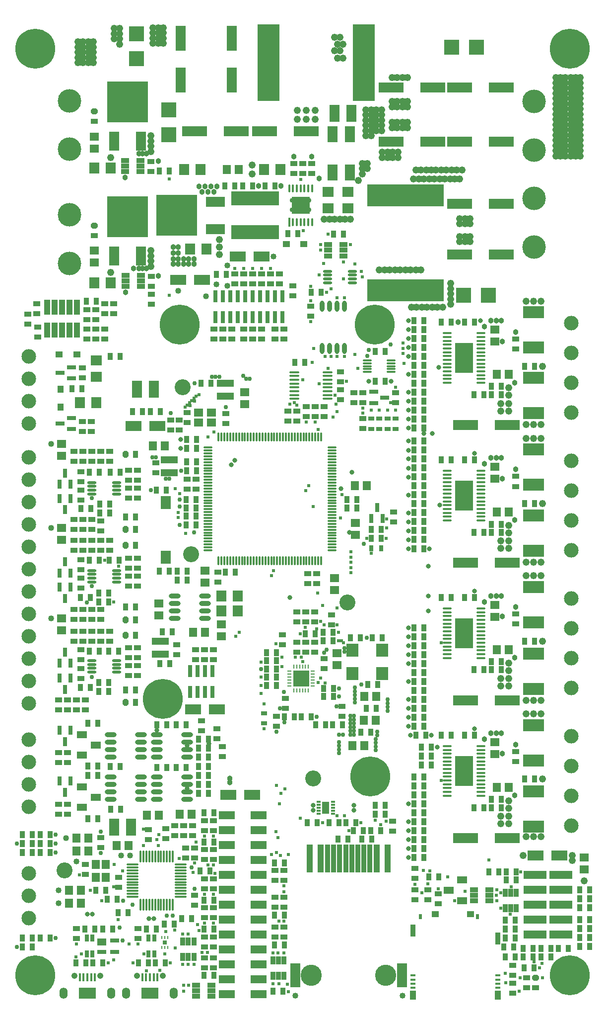
<source format=gts>
%FSLAX25Y25*%
%MOIN*%
G70*
G01*
G75*
G04 Layer_Color=8388736*
%ADD10O,0.06102X0.01378*%
%ADD11R,0.12205X0.20079*%
%ADD12R,0.13583X0.07087*%
%ADD13R,0.02953X0.03740*%
%ADD14R,0.05500X0.05000*%
%ADD15R,0.05000X0.05500*%
%ADD16R,0.01575X0.05315*%
%ADD17R,0.11417X0.07480*%
G04:AMPARAMS|DCode=18|XSize=37.4mil|YSize=29.53mil|CornerRadius=0mil|HoleSize=0mil|Usage=FLASHONLY|Rotation=180.000|XOffset=0mil|YOffset=0mil|HoleType=Round|Shape=Octagon|*
%AMOCTAGOND18*
4,1,8,-0.01870,0.00738,-0.01870,-0.00738,-0.01132,-0.01476,0.01132,-0.01476,0.01870,-0.00738,0.01870,0.00738,0.01132,0.01476,-0.01132,0.01476,-0.01870,0.00738,0.0*
%
%ADD18OCTAGOND18*%

%ADD19R,0.03740X0.02953*%
G04:AMPARAMS|DCode=20|XSize=37.4mil|YSize=29.53mil|CornerRadius=0mil|HoleSize=0mil|Usage=FLASHONLY|Rotation=270.000|XOffset=0mil|YOffset=0mil|HoleType=Round|Shape=Octagon|*
%AMOCTAGOND20*
4,1,8,-0.00738,-0.01870,0.00738,-0.01870,0.01476,-0.01132,0.01476,0.01132,0.00738,0.01870,-0.00738,0.01870,-0.01476,0.01132,-0.01476,-0.01132,-0.00738,-0.01870,0.0*
%
%ADD20OCTAGOND20*%

%ADD21R,0.02362X0.05512*%
%ADD22O,0.06693X0.01378*%
%ADD23R,0.06299X0.03937*%
%ADD24R,0.06299X0.11811*%
%ADD25R,0.26378X0.26378*%
%ADD26R,0.11811X0.06299*%
%ADD27R,0.26378X0.26378*%
%ADD28R,0.04961X0.08071*%
%ADD29R,0.02559X0.01181*%
%ADD30R,0.02756X0.00984*%
%ADD31R,0.00984X0.02756*%
%ADD32R,0.09843X0.09843*%
%ADD33R,0.07100X0.07900*%
%ADD34O,0.08268X0.01181*%
%ADD35O,0.01181X0.08268*%
%ADD36O,0.07087X0.02362*%
%ADD37O,0.02362X0.06693*%
%ADD38O,0.06496X0.01299*%
%ADD39R,0.06299X0.15354*%
%ADD40R,0.03189X0.18110*%
%ADD41R,0.02402X0.18110*%
%ADD42R,0.16000X0.06000*%
%ADD43R,0.50394X0.13780*%
%ADD44R,0.13780X0.50394*%
%ADD45R,0.06000X0.16000*%
%ADD46O,0.06496X0.01181*%
%ADD47O,0.01181X0.06496*%
%ADD48O,0.06299X0.01772*%
%ADD49R,0.31496X0.08661*%
%ADD50R,0.06299X0.08307*%
%ADD51R,0.03150X0.02362*%
%ADD52R,0.05512X0.02362*%
%ADD53R,0.10000X0.05000*%
%ADD54R,0.01378X0.05906*%
%ADD55O,0.01378X0.05906*%
%ADD56R,0.12205X0.11811*%
%ADD57R,0.02441X0.04803*%
%ADD58R,0.10039X0.06102*%
%ADD59R,0.04803X0.02441*%
%ADD60R,0.05906X0.09843*%
%ADD61R,0.03150X0.02756*%
%ADD62O,0.00984X0.02165*%
%ADD63R,0.02362X0.04331*%
%ADD64R,0.02362X0.03150*%
%ADD65R,0.02992X0.08071*%
%ADD66R,0.07000X0.06000*%
%ADD67R,0.06300X0.10600*%
%ADD68R,0.05512X0.04724*%
%ADD69R,0.10630X0.03937*%
%ADD70R,0.03189X0.09646*%
%ADD71R,0.04331X0.03150*%
%ADD72R,0.09055X0.09252*%
%ADD73R,0.09252X0.09055*%
%ADD74R,0.03150X0.04331*%
%ADD75R,0.06000X0.07000*%
%ADD76R,0.04724X0.05512*%
%ADD77R,0.14488X0.05000*%
%ADD78R,0.05315X0.02362*%
%ADD79R,0.05315X0.04134*%
%ADD80C,0.06000*%
%ADD81R,0.04724X0.04331*%
%ADD82R,0.01969X0.03543*%
%ADD83R,0.03543X0.07874*%
%ADD84R,0.04331X0.05906*%
%ADD85R,0.03543X0.01772*%
%ADD86C,0.00700*%
%ADD87C,0.01200*%
%ADD88C,0.01000*%
%ADD89C,0.02000*%
%ADD90C,0.01500*%
%ADD91C,0.03000*%
%ADD92C,0.04160*%
%ADD93O,0.05413X0.07480*%
%ADD94C,0.09000*%
%ADD95C,0.26000*%
%ADD96C,0.12992*%
%ADD97C,0.15000*%
%ADD98C,0.04000*%
%ADD99C,0.03000*%
%ADD100C,0.02400*%
%ADD101C,0.00984*%
%ADD102C,0.02362*%
%ADD103C,0.00787*%
%ADD104C,0.00800*%
%ADD105C,0.00394*%
%ADD106C,0.00600*%
%ADD107R,0.05000X0.02791*%
%ADD108R,0.04800X0.02283*%
%ADD109R,0.04000X0.02902*%
%ADD110R,0.02630X0.03000*%
%ADD111R,0.02300X0.01306*%
%ADD112R,0.02050X0.01602*%
%ADD113R,0.07000X1.25000*%
%ADD114R,0.02039X0.03000*%
%ADD115R,0.03565X0.01969*%
%ADD116R,0.03300X0.01280*%
%ADD117R,0.01969X0.03565*%
%ADD118R,0.48000X0.04000*%
%ADD119R,0.08100X0.01800*%
%ADD120R,0.02000X0.06100*%
%ADD121R,0.02378X0.01575*%
%ADD122R,0.02056X0.04138*%
%ADD123R,0.02056X0.04138*%
%ADD124R,0.04138X0.02056*%
%ADD125R,0.01575X0.02378*%
%ADD126R,0.01575X0.02378*%
%ADD127R,0.06100X0.02000*%
%ADD128R,0.01800X0.08100*%
%ADD129R,0.18000X0.04000*%
%ADD130R,0.14383X0.07887*%
%ADD131R,0.03753X0.04540*%
%ADD132R,0.06300X0.05800*%
%ADD133R,0.05800X0.06300*%
G04:AMPARAMS|DCode=134|XSize=45.4mil|YSize=37.53mil|CornerRadius=0mil|HoleSize=0mil|Usage=FLASHONLY|Rotation=180.000|XOffset=0mil|YOffset=0mil|HoleType=Round|Shape=Octagon|*
%AMOCTAGOND134*
4,1,8,-0.02270,0.00938,-0.02270,-0.00938,-0.01332,-0.01876,0.01332,-0.01876,0.02270,-0.00938,0.02270,0.00938,0.01332,0.01876,-0.01332,0.01876,-0.02270,0.00938,0.0*
%
%ADD134OCTAGOND134*%

%ADD135R,0.04540X0.03753*%
G04:AMPARAMS|DCode=136|XSize=45.4mil|YSize=37.53mil|CornerRadius=0mil|HoleSize=0mil|Usage=FLASHONLY|Rotation=270.000|XOffset=0mil|YOffset=0mil|HoleType=Round|Shape=Octagon|*
%AMOCTAGOND136*
4,1,8,-0.00938,-0.02270,0.00938,-0.02270,0.01876,-0.01332,0.01876,0.01332,0.00938,0.02270,-0.00938,0.02270,-0.01876,0.01332,-0.01876,-0.01332,-0.00938,-0.02270,0.0*
%
%ADD136OCTAGOND136*%

%ADD137R,0.03162X0.06312*%
%ADD138R,0.07099X0.04737*%
%ADD139R,0.07099X0.12611*%
%ADD140R,0.27178X0.27178*%
%ADD141R,0.12611X0.07099*%
%ADD142R,0.27178X0.27178*%
%ADD143R,0.10642X0.10642*%
%ADD144R,0.07900X0.08700*%
%ADD145O,0.07887X0.03162*%
%ADD146O,0.03162X0.07493*%
%ADD147R,0.07099X0.16154*%
%ADD148R,0.03989X0.18910*%
%ADD149R,0.03202X0.18910*%
%ADD150R,0.16800X0.06800*%
%ADD151R,0.51194X0.14579*%
%ADD152R,0.14579X0.51194*%
%ADD153R,0.06800X0.16800*%
%ADD154R,0.32296X0.09461*%
%ADD155R,0.07099X0.09107*%
%ADD156R,0.03950X0.03162*%
%ADD157R,0.06312X0.03162*%
%ADD158R,0.10800X0.05800*%
%ADD159R,0.03241X0.05603*%
%ADD160R,0.10839X0.06902*%
%ADD161R,0.05603X0.03241*%
%ADD162R,0.06706X0.10642*%
%ADD163R,0.03162X0.05131*%
%ADD164R,0.03162X0.03950*%
%ADD165R,0.07800X0.06800*%
%ADD166R,0.07100X0.11400*%
%ADD167R,0.06312X0.05524*%
%ADD168R,0.11430X0.04737*%
%ADD169R,0.03989X0.10446*%
%ADD170R,0.05131X0.03950*%
%ADD171R,0.09855X0.10052*%
%ADD172R,0.10052X0.09855*%
%ADD173R,0.03950X0.05131*%
%ADD174R,0.06800X0.07800*%
%ADD175R,0.05524X0.06312*%
%ADD176R,0.15288X0.05800*%
%ADD177R,0.06115X0.03162*%
%ADD178R,0.06115X0.04934*%
%ADD179C,0.10724*%
%ADD180C,0.09800*%
%ADD181C,0.26800*%
%ADD182C,0.14192*%
%ADD183C,0.15800*%
%ADD184C,0.04800*%
%ADD185C,0.03200*%
%ADD186C,0.03800*%
D10*
X317319Y138545D02*
D03*
Y141104D02*
D03*
Y143663D02*
D03*
Y146222D02*
D03*
Y148781D02*
D03*
Y151340D02*
D03*
Y153899D02*
D03*
Y156458D02*
D03*
Y159017D02*
D03*
Y161576D02*
D03*
Y164135D02*
D03*
Y166694D02*
D03*
Y169254D02*
D03*
Y171813D02*
D03*
X294681Y138545D02*
D03*
Y141104D02*
D03*
Y143663D02*
D03*
Y146222D02*
D03*
Y148781D02*
D03*
Y151340D02*
D03*
Y153899D02*
D03*
Y156458D02*
D03*
Y159017D02*
D03*
Y161576D02*
D03*
Y164135D02*
D03*
Y166694D02*
D03*
Y169254D02*
D03*
Y171813D02*
D03*
X317319Y230845D02*
D03*
Y233404D02*
D03*
Y235963D02*
D03*
Y238522D02*
D03*
Y241081D02*
D03*
Y243640D02*
D03*
Y246199D02*
D03*
Y248758D02*
D03*
Y251317D02*
D03*
Y253876D02*
D03*
Y256435D02*
D03*
Y258995D02*
D03*
Y261554D02*
D03*
Y264113D02*
D03*
X294681Y230845D02*
D03*
Y233404D02*
D03*
Y235963D02*
D03*
Y238522D02*
D03*
Y241081D02*
D03*
Y243640D02*
D03*
Y246199D02*
D03*
Y248758D02*
D03*
Y251317D02*
D03*
Y253876D02*
D03*
Y256435D02*
D03*
Y258995D02*
D03*
Y261554D02*
D03*
Y264113D02*
D03*
X317319Y323145D02*
D03*
Y325704D02*
D03*
Y328263D02*
D03*
Y330822D02*
D03*
Y333381D02*
D03*
Y335940D02*
D03*
Y338499D02*
D03*
Y341058D02*
D03*
Y343617D02*
D03*
Y346176D02*
D03*
Y348735D02*
D03*
Y351294D02*
D03*
Y353854D02*
D03*
Y356413D02*
D03*
X294681Y323145D02*
D03*
Y325704D02*
D03*
Y328263D02*
D03*
Y330822D02*
D03*
Y333381D02*
D03*
Y335940D02*
D03*
Y338499D02*
D03*
Y341058D02*
D03*
Y343617D02*
D03*
Y346176D02*
D03*
Y348735D02*
D03*
Y351294D02*
D03*
Y353854D02*
D03*
Y356413D02*
D03*
X317319Y415445D02*
D03*
Y418004D02*
D03*
Y420563D02*
D03*
Y423122D02*
D03*
Y425681D02*
D03*
Y428240D02*
D03*
Y430799D02*
D03*
Y433358D02*
D03*
Y435917D02*
D03*
Y438476D02*
D03*
Y441035D02*
D03*
Y443595D02*
D03*
Y446153D02*
D03*
Y448713D02*
D03*
X294681Y415445D02*
D03*
Y418004D02*
D03*
Y420563D02*
D03*
Y423122D02*
D03*
Y425681D02*
D03*
Y428240D02*
D03*
Y430799D02*
D03*
Y433358D02*
D03*
Y435917D02*
D03*
Y438476D02*
D03*
Y441035D02*
D03*
Y443595D02*
D03*
Y446153D02*
D03*
Y448713D02*
D03*
D11*
X306000Y155179D02*
D03*
Y247479D02*
D03*
Y339779D02*
D03*
Y432079D02*
D03*
D16*
X47882Y16610D02*
D03*
X50441D02*
D03*
X53000D02*
D03*
X55559D02*
D03*
X58118D02*
D03*
X89882D02*
D03*
X92441D02*
D03*
X95000D02*
D03*
X97559D02*
D03*
X100118D02*
D03*
D17*
X53000Y6079D02*
D03*
X95000D02*
D03*
D22*
X214441Y404665D02*
D03*
Y407224D02*
D03*
Y409784D02*
D03*
Y412343D02*
D03*
Y414902D02*
D03*
Y417461D02*
D03*
Y420020D02*
D03*
Y422579D02*
D03*
X192000Y404665D02*
D03*
Y407224D02*
D03*
Y409784D02*
D03*
Y412343D02*
D03*
Y414902D02*
D03*
Y417461D02*
D03*
Y420020D02*
D03*
Y422579D02*
D03*
D28*
X213079Y130516D02*
D03*
D29*
X218000Y126579D02*
D03*
Y128547D02*
D03*
Y130516D02*
D03*
Y132484D02*
D03*
Y134453D02*
D03*
X208157Y126579D02*
D03*
Y128547D02*
D03*
Y130516D02*
D03*
Y132484D02*
D03*
Y134453D02*
D03*
D30*
X204374Y212158D02*
D03*
Y214126D02*
D03*
Y216094D02*
D03*
Y218063D02*
D03*
Y220031D02*
D03*
Y222000D02*
D03*
X188626D02*
D03*
Y220031D02*
D03*
Y218063D02*
D03*
Y216094D02*
D03*
Y214126D02*
D03*
Y212158D02*
D03*
D31*
X201421Y224953D02*
D03*
X199453D02*
D03*
X197484D02*
D03*
X195516D02*
D03*
X193547D02*
D03*
X191579D02*
D03*
Y209205D02*
D03*
X193547D02*
D03*
X195516D02*
D03*
X197484D02*
D03*
X199453D02*
D03*
X201421D02*
D03*
D34*
X83358Y92405D02*
D03*
Y90437D02*
D03*
Y88468D02*
D03*
Y86500D02*
D03*
Y84531D02*
D03*
Y82563D02*
D03*
Y80594D02*
D03*
Y78626D02*
D03*
Y76657D02*
D03*
Y74689D02*
D03*
Y72720D02*
D03*
Y70752D02*
D03*
X115642D02*
D03*
Y72720D02*
D03*
Y74689D02*
D03*
Y76657D02*
D03*
Y78626D02*
D03*
Y80594D02*
D03*
Y82563D02*
D03*
Y84531D02*
D03*
Y86500D02*
D03*
Y88468D02*
D03*
Y90437D02*
D03*
Y92405D02*
D03*
D35*
X88673Y65437D02*
D03*
X90642D02*
D03*
X92610D02*
D03*
X94579D02*
D03*
X96547D02*
D03*
X98516D02*
D03*
X100484D02*
D03*
X102453D02*
D03*
X104421D02*
D03*
X106390D02*
D03*
X108358D02*
D03*
X110327D02*
D03*
Y97720D02*
D03*
X108358D02*
D03*
X106390D02*
D03*
X104421D02*
D03*
X102453D02*
D03*
X100484D02*
D03*
X98516D02*
D03*
X96547D02*
D03*
X94579D02*
D03*
X92610D02*
D03*
X90642D02*
D03*
X88673D02*
D03*
D38*
X256972Y422642D02*
D03*
Y424610D02*
D03*
Y426579D02*
D03*
Y428547D02*
D03*
Y430516D02*
D03*
X241028Y422642D02*
D03*
Y424610D02*
D03*
Y426579D02*
D03*
Y428547D02*
D03*
Y430516D02*
D03*
D46*
X217134Y372028D02*
D03*
Y370059D02*
D03*
Y368091D02*
D03*
Y366122D02*
D03*
Y364154D02*
D03*
Y362185D02*
D03*
Y360216D02*
D03*
Y358248D02*
D03*
Y356279D02*
D03*
Y354311D02*
D03*
Y352343D02*
D03*
Y350374D02*
D03*
Y348406D02*
D03*
Y346437D02*
D03*
Y344468D02*
D03*
Y342500D02*
D03*
Y340531D02*
D03*
Y338563D02*
D03*
Y336595D02*
D03*
Y334626D02*
D03*
Y332658D02*
D03*
Y330689D02*
D03*
Y328720D02*
D03*
Y326752D02*
D03*
Y324783D02*
D03*
Y322815D02*
D03*
Y320847D02*
D03*
Y318878D02*
D03*
Y316910D02*
D03*
Y314941D02*
D03*
Y312972D02*
D03*
Y311004D02*
D03*
Y309035D02*
D03*
Y307067D02*
D03*
Y305098D02*
D03*
Y303130D02*
D03*
X133866D02*
D03*
Y305098D02*
D03*
Y307067D02*
D03*
Y309035D02*
D03*
Y311004D02*
D03*
Y312972D02*
D03*
Y314941D02*
D03*
Y316910D02*
D03*
Y318878D02*
D03*
Y320847D02*
D03*
Y322815D02*
D03*
Y324783D02*
D03*
Y326752D02*
D03*
Y328720D02*
D03*
Y330689D02*
D03*
Y332658D02*
D03*
Y334626D02*
D03*
Y336595D02*
D03*
Y338563D02*
D03*
Y340531D02*
D03*
Y342500D02*
D03*
Y344468D02*
D03*
Y346437D02*
D03*
Y348406D02*
D03*
Y350374D02*
D03*
Y352343D02*
D03*
Y354311D02*
D03*
Y356279D02*
D03*
Y358248D02*
D03*
Y360216D02*
D03*
Y362185D02*
D03*
Y364154D02*
D03*
Y366122D02*
D03*
Y368091D02*
D03*
Y370059D02*
D03*
Y372028D02*
D03*
D47*
X209949Y295945D02*
D03*
X207980D02*
D03*
X206012D02*
D03*
X204043D02*
D03*
X202075D02*
D03*
X200106D02*
D03*
X198138D02*
D03*
X196169D02*
D03*
X194201D02*
D03*
X192232D02*
D03*
X190264D02*
D03*
X188295D02*
D03*
X186327D02*
D03*
X184358D02*
D03*
X182390D02*
D03*
X180421D02*
D03*
X178453D02*
D03*
X176484D02*
D03*
X174516D02*
D03*
X172547D02*
D03*
X170579D02*
D03*
X168610D02*
D03*
X166642D02*
D03*
X164673D02*
D03*
X162705D02*
D03*
X160736D02*
D03*
X158768D02*
D03*
X156799D02*
D03*
X154831D02*
D03*
X152862D02*
D03*
X150894D02*
D03*
X148925D02*
D03*
X146957D02*
D03*
X144988D02*
D03*
X143020D02*
D03*
X141051D02*
D03*
Y379213D02*
D03*
X143020D02*
D03*
X144988D02*
D03*
X146957D02*
D03*
X148925D02*
D03*
X150894D02*
D03*
X152862D02*
D03*
X154831D02*
D03*
X156799D02*
D03*
X158768D02*
D03*
X160736D02*
D03*
X162705D02*
D03*
X164673D02*
D03*
X166642D02*
D03*
X168610D02*
D03*
X170579D02*
D03*
X172547D02*
D03*
X174516D02*
D03*
X176484D02*
D03*
X178453D02*
D03*
X180421D02*
D03*
X182390D02*
D03*
X184358D02*
D03*
X186327D02*
D03*
X188295D02*
D03*
X190264D02*
D03*
X192232D02*
D03*
X194201D02*
D03*
X196169D02*
D03*
X198138D02*
D03*
X200106D02*
D03*
X202075D02*
D03*
X204043D02*
D03*
X206012D02*
D03*
X207980D02*
D03*
X209949D02*
D03*
D48*
X72732Y281902D02*
D03*
Y284461D02*
D03*
Y287020D02*
D03*
Y289579D02*
D03*
X56000Y281902D02*
D03*
Y284461D02*
D03*
Y287020D02*
D03*
Y289579D02*
D03*
X72732Y340902D02*
D03*
Y343461D02*
D03*
Y346020D02*
D03*
Y348579D02*
D03*
X56000Y340902D02*
D03*
Y343461D02*
D03*
Y346020D02*
D03*
Y348579D02*
D03*
Y229079D02*
D03*
Y226520D02*
D03*
Y223961D02*
D03*
Y221402D02*
D03*
X72732Y229079D02*
D03*
Y226520D02*
D03*
Y223961D02*
D03*
Y221402D02*
D03*
X214268Y490256D02*
D03*
Y487697D02*
D03*
Y485138D02*
D03*
Y482579D02*
D03*
X231000Y490256D02*
D03*
Y487697D02*
D03*
Y485138D02*
D03*
Y482579D02*
D03*
D54*
X188500Y523079D02*
D03*
D55*
X191059D02*
D03*
X193618D02*
D03*
X196177D02*
D03*
X198736D02*
D03*
X201295D02*
D03*
X203854D02*
D03*
X188500Y545913D02*
D03*
X191059D02*
D03*
X193618D02*
D03*
X196177D02*
D03*
X198736D02*
D03*
X201295D02*
D03*
X203854D02*
D03*
D56*
X196177Y534496D02*
D03*
D61*
X105000Y40079D02*
D03*
D62*
X103032Y43524D02*
D03*
X105000D02*
D03*
X106968D02*
D03*
Y36634D02*
D03*
X105000D02*
D03*
X103032D02*
D03*
D65*
X184000Y459579D02*
D03*
Y473555D02*
D03*
X179000Y459579D02*
D03*
X174000D02*
D03*
X169000D02*
D03*
X164000D02*
D03*
X159000D02*
D03*
X154000D02*
D03*
X149000D02*
D03*
X144000D02*
D03*
X139000D02*
D03*
X179000Y473555D02*
D03*
X174000D02*
D03*
X169000D02*
D03*
X164000D02*
D03*
X159000D02*
D03*
X154000D02*
D03*
X149000D02*
D03*
X144000D02*
D03*
X139000D02*
D03*
X122000Y222055D02*
D03*
X127000D02*
D03*
X132000D02*
D03*
X122000Y208079D02*
D03*
X127000D02*
D03*
X132000D02*
D03*
X137000Y222055D02*
D03*
Y208079D02*
D03*
D81*
X310181Y58945D02*
D03*
X286559D02*
D03*
D82*
X276520Y57370D02*
D03*
X314906D02*
D03*
D83*
X328587Y42941D02*
D03*
X271500Y48059D02*
D03*
D84*
X328587Y4752D02*
D03*
X271500D02*
D03*
D85*
X328587Y9732D02*
D03*
Y12488D02*
D03*
Y15244D02*
D03*
Y18000D02*
D03*
X271500Y9732D02*
D03*
Y12488D02*
D03*
Y15244D02*
D03*
Y18000D02*
D03*
D92*
X61760Y17890D02*
D03*
X44240D02*
D03*
X103760D02*
D03*
X86240D02*
D03*
D93*
X36957Y6079D02*
D03*
X69043D02*
D03*
X78957D02*
D03*
X111043D02*
D03*
D98*
X192500Y4579D02*
D03*
X264500D02*
D03*
X75500Y98579D02*
D03*
X81500D02*
D03*
X45500Y94579D02*
D03*
X38500Y110079D02*
D03*
X33500Y75079D02*
D03*
Y66579D02*
D03*
X114028Y477079D02*
D03*
X178000Y500079D02*
D03*
X147000Y494079D02*
D03*
X139500Y481579D02*
D03*
X147000Y480579D02*
D03*
X132500Y473579D02*
D03*
X28500Y374579D02*
D03*
Y257579D02*
D03*
Y318079D02*
D03*
D99*
X31500Y43079D02*
D03*
Y100579D02*
D03*
Y112579D02*
D03*
X5500Y37079D02*
D03*
X31500Y106579D02*
D03*
X5500D02*
D03*
X109000Y395079D02*
D03*
X95500Y343579D02*
D03*
X124500Y315079D02*
D03*
X141500Y419579D02*
D03*
X139000D02*
D03*
X136500D02*
D03*
X125000Y415079D02*
D03*
X159500Y418079D02*
D03*
X157500Y420079D02*
D03*
X162000Y418079D02*
D03*
X146000Y399079D02*
D03*
X105500Y351079D02*
D03*
X96500Y365579D02*
D03*
X99000D02*
D03*
X108000Y351079D02*
D03*
X116000Y356579D02*
D03*
X115000Y320079D02*
D03*
Y332579D02*
D03*
Y337079D02*
D03*
X254500Y195579D02*
D03*
Y198079D02*
D03*
Y200579D02*
D03*
Y203079D02*
D03*
X240500Y244579D02*
D03*
X225500Y235079D02*
D03*
X232500Y201079D02*
D03*
Y203579D02*
D03*
X246500Y176579D02*
D03*
X247500Y179079D02*
D03*
X222000Y179579D02*
D03*
X246500Y169079D02*
D03*
Y171579D02*
D03*
Y174079D02*
D03*
X229500Y192079D02*
D03*
Y189579D02*
D03*
Y187079D02*
D03*
Y184579D02*
D03*
Y182079D02*
D03*
X232000Y179579D02*
D03*
X229500D02*
D03*
X222000Y167079D02*
D03*
Y169579D02*
D03*
Y172079D02*
D03*
Y174579D02*
D03*
X62000Y114579D02*
D03*
Y100079D02*
D03*
X74500Y50079D02*
D03*
X76500Y41358D02*
D03*
X77000Y68079D02*
D03*
X125000Y76079D02*
D03*
X123000Y90500D02*
D03*
X110327Y58079D02*
D03*
X83358Y65579D02*
D03*
X106390Y58079D02*
D03*
X52500Y268079D02*
D03*
X56000Y279079D02*
D03*
X232000Y189579D02*
D03*
X232500Y211079D02*
D03*
Y208579D02*
D03*
Y206079D02*
D03*
X232000Y182079D02*
D03*
Y184579D02*
D03*
Y187079D02*
D03*
Y192079D02*
D03*
X224500Y179579D02*
D03*
X247500Y181579D02*
D03*
X180000D02*
D03*
X237000Y213079D02*
D03*
X225500Y237579D02*
D03*
X213500Y236500D02*
D03*
X212000Y234500D02*
D03*
X222000Y205079D02*
D03*
Y210579D02*
D03*
X185063Y208142D02*
D03*
X185150Y187729D02*
D03*
X207000Y191579D02*
D03*
X56000Y218079D02*
D03*
X196177Y537646D02*
D03*
X190272D02*
D03*
X202083D02*
D03*
Y531347D02*
D03*
X190272D02*
D03*
X196177D02*
D03*
X56000Y338079D02*
D03*
X220350Y198429D02*
D03*
X241028Y433551D02*
D03*
X242000Y437579D02*
D03*
X169650Y223579D02*
D03*
X182150Y197229D02*
D03*
X256500Y441079D02*
D03*
X238500Y307579D02*
D03*
D100*
X218000Y392500D02*
D03*
X220500Y396079D02*
D03*
X138500Y86579D02*
D03*
X256500Y402229D02*
D03*
X128000Y48079D02*
D03*
X185000Y54579D02*
D03*
X188000Y99079D02*
D03*
X358500Y16429D02*
D03*
X101000Y112579D02*
D03*
X70500Y268579D02*
D03*
X64500Y296579D02*
D03*
X125000Y403079D02*
D03*
X123000Y403579D02*
D03*
X124500Y405079D02*
D03*
X126000Y406579D02*
D03*
X128000Y407579D02*
D03*
X121500Y402000D02*
D03*
X120000Y400500D02*
D03*
X122000Y400000D02*
D03*
X138000Y382579D02*
D03*
X118500Y399000D02*
D03*
X134000Y379079D02*
D03*
X112000Y344579D02*
D03*
X204650Y332579D02*
D03*
X183500Y231579D02*
D03*
X224000Y340579D02*
D03*
X112000Y36579D02*
D03*
X343500Y16429D02*
D03*
X356500Y23079D02*
D03*
X353000Y27079D02*
D03*
X306500Y74579D02*
D03*
X299575Y68189D02*
D03*
X327500Y71819D02*
D03*
X121000Y11579D02*
D03*
X117500Y7579D02*
D03*
Y11579D02*
D03*
X225000Y241079D02*
D03*
X223500Y242579D02*
D03*
X253500Y311079D02*
D03*
X171500Y200079D02*
D03*
Y183579D02*
D03*
X243500Y301079D02*
D03*
X295000Y84079D02*
D03*
X283000Y88000D02*
D03*
X273000Y79079D02*
D03*
X281500Y79579D02*
D03*
X278500Y88579D02*
D03*
X288500Y76079D02*
D03*
X343000Y7579D02*
D03*
X187250Y12079D02*
D03*
X188000Y7079D02*
D03*
X116980Y45894D02*
D03*
X120721D02*
D03*
X120760Y25579D02*
D03*
X124500D02*
D03*
X117000D02*
D03*
X137500Y72579D02*
D03*
Y92079D02*
D03*
Y53079D02*
D03*
X127000Y52079D02*
D03*
X137500Y111579D02*
D03*
X73650Y55579D02*
D03*
X76500Y88079D02*
D03*
X45150Y30429D02*
D03*
X45500Y39079D02*
D03*
X67000Y26579D02*
D03*
X70500Y28579D02*
D03*
X49000Y32579D02*
D03*
X62500Y68079D02*
D03*
X125000Y93500D02*
D03*
X114500Y96579D02*
D03*
X124000Y87079D02*
D03*
X126000Y107579D02*
D03*
X81000Y39000D02*
D03*
X70500Y77579D02*
D03*
X55000Y75079D02*
D03*
X71000Y92579D02*
D03*
X47500Y85579D02*
D03*
X90500Y116079D02*
D03*
X100484Y105079D02*
D03*
X99500Y109079D02*
D03*
X90642Y105079D02*
D03*
X238000Y395079D02*
D03*
X107850Y552079D02*
D03*
X253500Y121579D02*
D03*
X246150Y122079D02*
D03*
X176000Y492079D02*
D03*
X170000D02*
D03*
X164000D02*
D03*
X158000D02*
D03*
X201500Y346579D02*
D03*
X152000Y492079D02*
D03*
X344000Y87579D02*
D03*
X199500Y343079D02*
D03*
X358150Y26229D02*
D03*
X74000Y292579D02*
D03*
X176484Y286079D02*
D03*
X178000Y289579D02*
D03*
X133500Y33579D02*
D03*
X130000D02*
D03*
X208677Y414902D02*
D03*
X197500Y417461D02*
D03*
X204000Y429000D02*
D03*
X206000Y389079D02*
D03*
X200000D02*
D03*
X183500Y225079D02*
D03*
X155000Y248079D02*
D03*
X229800Y302079D02*
D03*
Y298579D02*
D03*
Y295079D02*
D03*
Y291579D02*
D03*
Y288079D02*
D03*
X220500Y472579D02*
D03*
X232500Y495079D02*
D03*
Y434579D02*
D03*
X225500Y472579D02*
D03*
X225000Y496579D02*
D03*
Y485079D02*
D03*
X216500Y433079D02*
D03*
X196000Y123579D02*
D03*
X208000Y214579D02*
D03*
X209500Y217579D02*
D03*
X225500Y125079D02*
D03*
X220500D02*
D03*
X211000Y120579D02*
D03*
X228500Y115079D02*
D03*
X236500Y120579D02*
D03*
X250000Y119079D02*
D03*
X197500Y228579D02*
D03*
X220750Y264329D02*
D03*
X220650Y253229D02*
D03*
X221500Y242579D02*
D03*
Y248079D02*
D03*
X209500Y255579D02*
D03*
X199350Y251579D02*
D03*
X207000Y250579D02*
D03*
X192500Y231579D02*
D03*
X179500Y240579D02*
D03*
X212500Y214079D02*
D03*
X265500Y428579D02*
D03*
X265000Y435079D02*
D03*
Y438579D02*
D03*
Y442079D02*
D03*
X243500Y397079D02*
D03*
X249000D02*
D03*
X254500D02*
D03*
X260000D02*
D03*
X290500Y148781D02*
D03*
Y241081D02*
D03*
X115000Y341079D02*
D03*
X114000Y328579D02*
D03*
Y325079D02*
D03*
X119000Y314579D02*
D03*
X108000Y474079D02*
D03*
X196500Y231579D02*
D03*
X211000Y266079D02*
D03*
X196000Y247079D02*
D03*
X211921Y253000D02*
D03*
X169500Y207079D02*
D03*
Y212579D02*
D03*
Y218079D02*
D03*
Y228079D02*
D03*
X222795Y324783D02*
D03*
X207500Y274579D02*
D03*
X209500Y508079D02*
D03*
X208500Y487697D02*
D03*
X212500Y433079D02*
D03*
X229500Y508079D02*
D03*
X209500Y504579D02*
D03*
X214500Y515079D02*
D03*
X237000Y490256D02*
D03*
X237500Y486579D02*
D03*
X203000Y470579D02*
D03*
Y456579D02*
D03*
X220500Y433079D02*
D03*
X225500D02*
D03*
X238000Y398579D02*
D03*
X260000Y412579D02*
D03*
X205000Y438579D02*
D03*
X216500Y478579D02*
D03*
X213500Y476079D02*
D03*
X203000Y480079D02*
D03*
X211500Y495500D02*
D03*
X234500Y425079D02*
D03*
X152500Y245579D02*
D03*
X208000Y384079D02*
D03*
X181500Y54579D02*
D03*
X185000Y74079D02*
D03*
Y78079D02*
D03*
X182500Y98579D02*
D03*
X180000Y100579D02*
D03*
X176500Y99079D02*
D03*
X131500Y53079D02*
D03*
X179500Y114579D02*
D03*
X181000Y110329D02*
D03*
X182000Y133079D02*
D03*
X185500Y143079D02*
D03*
X183000Y140079D02*
D03*
X180000Y145579D02*
D03*
X131500Y72579D02*
D03*
X134000Y92079D02*
D03*
X131500Y111579D02*
D03*
X185000Y33079D02*
D03*
X181500Y12579D02*
D03*
X177500Y33079D02*
D03*
X181000D02*
D03*
X177500Y12579D02*
D03*
X322500Y95579D02*
D03*
X330500Y63079D02*
D03*
Y73579D02*
D03*
X337500Y77579D02*
D03*
X337000Y59079D02*
D03*
X328000Y68079D02*
D03*
Y75579D02*
D03*
X105000Y40079D02*
D03*
X91000Y32579D02*
D03*
X92500Y21079D02*
D03*
X105000Y32579D02*
D03*
X101500Y21579D02*
D03*
X105500Y47579D02*
D03*
X87000Y39079D02*
D03*
X111500Y48579D02*
D03*
X83500Y26500D02*
D03*
X108500Y26579D02*
D03*
X189000Y401079D02*
D03*
X193500Y400579D02*
D03*
X192000Y402079D02*
D03*
X219354Y407224D02*
D03*
X214500Y425079D02*
D03*
X227000Y416579D02*
D03*
X219850Y401079D02*
D03*
X240500Y311079D02*
D03*
X254000Y318079D02*
D03*
Y324079D02*
D03*
X334000Y13000D02*
D03*
X277500Y73500D02*
D03*
X333500Y19500D02*
D03*
X198000Y517579D02*
D03*
X196177Y551756D02*
D03*
D130*
X352500Y185811D02*
D03*
Y162189D02*
D03*
Y278311D02*
D03*
Y254689D02*
D03*
Y370811D02*
D03*
Y347189D02*
D03*
Y462811D02*
D03*
Y439189D02*
D03*
Y117689D02*
D03*
Y141311D02*
D03*
Y210189D02*
D03*
Y233811D02*
D03*
Y302689D02*
D03*
Y326311D02*
D03*
Y395268D02*
D03*
Y418890D02*
D03*
D131*
X122850Y56000D02*
D03*
X116150D02*
D03*
X27850Y100579D02*
D03*
X21150D02*
D03*
X27850Y112579D02*
D03*
X21150D02*
D03*
X27850Y43079D02*
D03*
X21150D02*
D03*
X27850Y106579D02*
D03*
X21150D02*
D03*
X9150D02*
D03*
X15850D02*
D03*
X9150Y43079D02*
D03*
X15850D02*
D03*
X85350Y201079D02*
D03*
Y256579D02*
D03*
Y246079D02*
D03*
Y317079D02*
D03*
Y306579D02*
D03*
Y367579D02*
D03*
X177650Y7579D02*
D03*
X184350D02*
D03*
X243650Y317079D02*
D03*
X250350D02*
D03*
Y311079D02*
D03*
X243650D02*
D03*
X332650Y37079D02*
D03*
X339350D02*
D03*
X390350Y37579D02*
D03*
X383650D02*
D03*
X187650Y515579D02*
D03*
X194350D02*
D03*
X137850Y18079D02*
D03*
X131150D02*
D03*
Y49079D02*
D03*
X137850D02*
D03*
X390350Y69579D02*
D03*
X383650D02*
D03*
Y75579D02*
D03*
X390350D02*
D03*
X334150Y82079D02*
D03*
X340850D02*
D03*
X322650Y87579D02*
D03*
X329350D02*
D03*
X390350Y49579D02*
D03*
X383650D02*
D03*
X333650Y55079D02*
D03*
X340350D02*
D03*
Y49079D02*
D03*
X333650D02*
D03*
X383650Y43579D02*
D03*
X390350D02*
D03*
X383650Y63579D02*
D03*
X390350D02*
D03*
X340350Y43079D02*
D03*
X333650D02*
D03*
X340850Y87579D02*
D03*
X334150D02*
D03*
X58850Y470079D02*
D03*
X52150D02*
D03*
X65350Y75079D02*
D03*
X58650D02*
D03*
X80350Y60079D02*
D03*
X73650D02*
D03*
X72850Y69079D02*
D03*
X66150D02*
D03*
X241150Y213079D02*
D03*
X247850D02*
D03*
X218350Y210579D02*
D03*
X211650D02*
D03*
X243350Y181079D02*
D03*
X236650D02*
D03*
X240150Y197079D02*
D03*
X246850D02*
D03*
X218350Y205079D02*
D03*
X211650D02*
D03*
X244150Y244579D02*
D03*
X250850D02*
D03*
X236350D02*
D03*
X229650D02*
D03*
X246150Y126079D02*
D03*
X252850D02*
D03*
X246150Y132079D02*
D03*
X252850D02*
D03*
X227850Y109579D02*
D03*
X221150D02*
D03*
X231650Y115079D02*
D03*
X238350D02*
D03*
X233350Y120579D02*
D03*
X226650D02*
D03*
X215150D02*
D03*
X221850D02*
D03*
X249850Y115079D02*
D03*
X243150D02*
D03*
X207350Y120579D02*
D03*
X200650D02*
D03*
X237150Y109579D02*
D03*
X243850D02*
D03*
X196650Y191579D02*
D03*
X203350D02*
D03*
X191850D02*
D03*
X185150D02*
D03*
X217650Y186079D02*
D03*
X224350D02*
D03*
X212850D02*
D03*
X206150D02*
D03*
X179850Y234579D02*
D03*
X173150D02*
D03*
Y229079D02*
D03*
X179850D02*
D03*
X217850Y242579D02*
D03*
X211150D02*
D03*
X199150Y247079D02*
D03*
X205850D02*
D03*
X211150Y248079D02*
D03*
X217850D02*
D03*
X179850Y223579D02*
D03*
X173150D02*
D03*
Y212579D02*
D03*
X179850D02*
D03*
X173150Y218079D02*
D03*
X179850D02*
D03*
X119150Y326079D02*
D03*
X125850D02*
D03*
X233850Y331579D02*
D03*
X227150D02*
D03*
X119150D02*
D03*
X125850D02*
D03*
X233850Y337079D02*
D03*
X227150D02*
D03*
X119150Y320079D02*
D03*
X125850D02*
D03*
X119650Y356579D02*
D03*
X126350D02*
D03*
X108350Y227079D02*
D03*
X101650D02*
D03*
X103150Y248579D02*
D03*
X109850D02*
D03*
X119650Y377579D02*
D03*
X126350D02*
D03*
X119650Y371579D02*
D03*
X126350D02*
D03*
X92650Y49079D02*
D03*
X99350D02*
D03*
X104650Y52579D02*
D03*
X111350D02*
D03*
X93850Y26579D02*
D03*
X87150D02*
D03*
X98650D02*
D03*
X105350D02*
D03*
X57850Y49079D02*
D03*
X51150D02*
D03*
X69850D02*
D03*
X63150D02*
D03*
X45150Y26579D02*
D03*
X51850D02*
D03*
X63350D02*
D03*
X56650D02*
D03*
X78650Y209579D02*
D03*
X85350D02*
D03*
X73850Y235579D02*
D03*
X67150D02*
D03*
X54150D02*
D03*
X60850D02*
D03*
X60650Y208579D02*
D03*
X67350D02*
D03*
Y214579D02*
D03*
X60650D02*
D03*
X48150Y211079D02*
D03*
X54850D02*
D03*
X74850Y158079D02*
D03*
X68150D02*
D03*
X75350Y129579D02*
D03*
X68650D02*
D03*
X112650Y157579D02*
D03*
X119350D02*
D03*
X134350Y140079D02*
D03*
X127650D02*
D03*
Y152079D02*
D03*
X134350D02*
D03*
X99650Y157579D02*
D03*
X106350D02*
D03*
X134350Y146079D02*
D03*
X127650D02*
D03*
X134350Y164579D02*
D03*
X127650D02*
D03*
X99650Y186079D02*
D03*
X106350D02*
D03*
X112650D02*
D03*
X119350D02*
D03*
X134350Y170579D02*
D03*
X127650D02*
D03*
Y176579D02*
D03*
X134350D02*
D03*
X209850Y476079D02*
D03*
X203150D02*
D03*
X218150Y515079D02*
D03*
X224850D02*
D03*
X252850Y436579D02*
D03*
X246150D02*
D03*
X252850Y416579D02*
D03*
X246150D02*
D03*
X282150Y84079D02*
D03*
X288850D02*
D03*
X306150Y456079D02*
D03*
X312850D02*
D03*
X278850Y385079D02*
D03*
X272150D02*
D03*
X278850Y451079D02*
D03*
X272150D02*
D03*
X353350Y426579D02*
D03*
X346650D02*
D03*
X324150Y413079D02*
D03*
X330850D02*
D03*
Y407579D02*
D03*
X324150D02*
D03*
X312650D02*
D03*
X319350D02*
D03*
X290650Y456079D02*
D03*
X297350D02*
D03*
X272150Y421079D02*
D03*
X278850D02*
D03*
X272150Y415079D02*
D03*
X278850D02*
D03*
X272150Y445079D02*
D03*
X278850D02*
D03*
X272150Y427079D02*
D03*
X278850D02*
D03*
X145150Y547579D02*
D03*
X151850D02*
D03*
X107850Y557579D02*
D03*
X101150D02*
D03*
X346650Y241979D02*
D03*
X353350D02*
D03*
X346650Y149679D02*
D03*
X353350D02*
D03*
X346650Y334279D02*
D03*
X353350D02*
D03*
X306150Y271479D02*
D03*
X312850D02*
D03*
X306150Y179179D02*
D03*
X312850D02*
D03*
X306150Y363779D02*
D03*
X312850D02*
D03*
X297350D02*
D03*
X290650D02*
D03*
X297350Y179179D02*
D03*
X290650D02*
D03*
X297350Y271479D02*
D03*
X290650D02*
D03*
X319350Y130579D02*
D03*
X312650D02*
D03*
X319350Y223079D02*
D03*
X312650D02*
D03*
X319350Y315079D02*
D03*
X312650D02*
D03*
X324150Y320579D02*
D03*
X330850D02*
D03*
X324150Y315079D02*
D03*
X330850D02*
D03*
X324150Y223079D02*
D03*
X330850D02*
D03*
X324150Y228579D02*
D03*
X330850D02*
D03*
X324150Y136079D02*
D03*
X330850D02*
D03*
X324150Y130579D02*
D03*
X330850D02*
D03*
X280350Y179079D02*
D03*
X273650D02*
D03*
X278850Y97179D02*
D03*
X272150D02*
D03*
X278850Y304079D02*
D03*
X272150D02*
D03*
X283850Y165079D02*
D03*
X277150D02*
D03*
X278850Y245079D02*
D03*
X272150D02*
D03*
X278850Y370579D02*
D03*
X272150D02*
D03*
X277150Y159079D02*
D03*
X283850D02*
D03*
X272150Y239079D02*
D03*
X278850D02*
D03*
X272150Y364579D02*
D03*
X278850D02*
D03*
X272150Y139179D02*
D03*
X278850D02*
D03*
X272150Y127179D02*
D03*
X278850D02*
D03*
X272150Y209079D02*
D03*
X278850D02*
D03*
X272150Y221079D02*
D03*
X278850D02*
D03*
X272150Y346579D02*
D03*
X278850D02*
D03*
X272150Y334579D02*
D03*
X278850D02*
D03*
X272150Y215079D02*
D03*
X278850D02*
D03*
X272150Y340579D02*
D03*
X278850D02*
D03*
X272150Y133179D02*
D03*
X278850D02*
D03*
X49350Y411579D02*
D03*
X42650D02*
D03*
X55350Y331079D02*
D03*
X48650D02*
D03*
X67850Y328079D02*
D03*
X61150D02*
D03*
Y334079D02*
D03*
X67850D02*
D03*
X60850Y355579D02*
D03*
X54150D02*
D03*
X68150D02*
D03*
X74850D02*
D03*
X85350Y325579D02*
D03*
X78650D02*
D03*
X60650Y274579D02*
D03*
X67350D02*
D03*
X54850Y271579D02*
D03*
X48150D02*
D03*
X67350Y268579D02*
D03*
X60650D02*
D03*
X60850Y296579D02*
D03*
X54150D02*
D03*
X67650D02*
D03*
X74350D02*
D03*
X85350Y265079D02*
D03*
X78650D02*
D03*
X272150Y457079D02*
D03*
X278850D02*
D03*
X272150Y403079D02*
D03*
X278850D02*
D03*
Y397079D02*
D03*
X272150D02*
D03*
Y391079D02*
D03*
X278850D02*
D03*
X272150Y439079D02*
D03*
X278850D02*
D03*
Y409079D02*
D03*
X272150D02*
D03*
X278850Y433079D02*
D03*
X272150D02*
D03*
Y376579D02*
D03*
X278850D02*
D03*
X272150Y358579D02*
D03*
X278850D02*
D03*
X272150Y310579D02*
D03*
X278850D02*
D03*
X272150Y322579D02*
D03*
X278850D02*
D03*
Y328579D02*
D03*
X272150D02*
D03*
X278850Y316579D02*
D03*
X272150D02*
D03*
X278850Y352579D02*
D03*
X272150D02*
D03*
X278850Y203079D02*
D03*
X272150D02*
D03*
X278850Y191079D02*
D03*
X272150D02*
D03*
X278850Y227079D02*
D03*
X272150D02*
D03*
Y197079D02*
D03*
X278850D02*
D03*
X272150Y185079D02*
D03*
X278850D02*
D03*
X272150Y233079D02*
D03*
X278850D02*
D03*
X272150Y251079D02*
D03*
X278850D02*
D03*
Y121179D02*
D03*
X272150D02*
D03*
X278850Y109179D02*
D03*
X272150D02*
D03*
X278850Y145179D02*
D03*
X272150D02*
D03*
Y115179D02*
D03*
X278850D02*
D03*
X272150Y103179D02*
D03*
X278850D02*
D03*
X272150Y151179D02*
D03*
X278850D02*
D03*
X277150Y171079D02*
D03*
X283850D02*
D03*
X95150Y396079D02*
D03*
X101850D02*
D03*
X89850D02*
D03*
X83150D02*
D03*
X119650Y362579D02*
D03*
X126350D02*
D03*
X129150Y415079D02*
D03*
X135850D02*
D03*
X152350Y288579D02*
D03*
X145650D02*
D03*
X105850Y343579D02*
D03*
X99150D02*
D03*
X101150Y289079D02*
D03*
X107850D02*
D03*
X119850Y283079D02*
D03*
X113150D02*
D03*
X119850Y289079D02*
D03*
X113150D02*
D03*
X157150Y547579D02*
D03*
X163850D02*
D03*
X178850D02*
D03*
X172150D02*
D03*
X192150Y429079D02*
D03*
X198850D02*
D03*
X15850Y37079D02*
D03*
X9150D02*
D03*
Y100579D02*
D03*
X15850D02*
D03*
X9150Y112579D02*
D03*
X15850D02*
D03*
X185350Y58579D02*
D03*
X178650D02*
D03*
X185350Y93579D02*
D03*
X178650D02*
D03*
X137850Y68579D02*
D03*
X131150D02*
D03*
X135350Y88079D02*
D03*
X128650D02*
D03*
X131150Y107579D02*
D03*
X137850D02*
D03*
X131150Y127079D02*
D03*
X137850D02*
D03*
X178650Y38579D02*
D03*
X185350D02*
D03*
X119150Y337079D02*
D03*
X125850D02*
D03*
X59850Y152079D02*
D03*
X53150D02*
D03*
X59850Y123079D02*
D03*
X53150D02*
D03*
X59850Y158579D02*
D03*
X53150D02*
D03*
X59850Y187079D02*
D03*
X53150D02*
D03*
X146350Y488079D02*
D03*
X139650D02*
D03*
X375850Y36000D02*
D03*
X369150D02*
D03*
X352850Y23079D02*
D03*
X346150D02*
D03*
X333650Y30579D02*
D03*
X340350D02*
D03*
X345650Y36000D02*
D03*
X352350D02*
D03*
X357650Y30500D02*
D03*
X364350D02*
D03*
Y36000D02*
D03*
X357650D02*
D03*
X352350Y30500D02*
D03*
X345650D02*
D03*
X383650Y55579D02*
D03*
X390350D02*
D03*
X68150Y433079D02*
D03*
X74850D02*
D03*
X127650Y158000D02*
D03*
X134350D02*
D03*
D132*
X219000Y284579D02*
D03*
Y276579D02*
D03*
X132000Y289579D02*
D03*
Y281579D02*
D03*
X386500Y97079D02*
D03*
Y89079D02*
D03*
X158500Y401079D02*
D03*
Y409079D02*
D03*
X233000Y321579D02*
D03*
Y313579D02*
D03*
X326500Y451079D02*
D03*
Y443079D02*
D03*
Y359079D02*
D03*
Y351079D02*
D03*
Y266579D02*
D03*
Y258579D02*
D03*
Y174579D02*
D03*
Y166579D02*
D03*
X35500Y249579D02*
D03*
Y257579D02*
D03*
Y310079D02*
D03*
Y318079D02*
D03*
Y366579D02*
D03*
Y374579D02*
D03*
X57500Y504079D02*
D03*
Y496079D02*
D03*
X220500Y234079D02*
D03*
Y226079D02*
D03*
X143000Y245579D02*
D03*
Y253579D02*
D03*
X101000Y259579D02*
D03*
Y267579D02*
D03*
X57500Y580579D02*
D03*
Y572579D02*
D03*
D133*
X232500Y346579D02*
D03*
X240500D02*
D03*
X105000Y373079D02*
D03*
X97000D02*
D03*
X231000Y172079D02*
D03*
X239000D02*
D03*
X146500Y558579D02*
D03*
X154500D02*
D03*
X93000Y125579D02*
D03*
X101000D02*
D03*
X72500Y105079D02*
D03*
X80500D02*
D03*
X336000Y421079D02*
D03*
X328000D02*
D03*
X336000Y328779D02*
D03*
X328000D02*
D03*
X336000Y236479D02*
D03*
X328000D02*
D03*
X336000Y144179D02*
D03*
X328000D02*
D03*
X246500Y189079D02*
D03*
X238500D02*
D03*
X239000Y205079D02*
D03*
X247000D02*
D03*
X124000Y248079D02*
D03*
X132000D02*
D03*
X48500Y66579D02*
D03*
X40500D02*
D03*
X53500Y110079D02*
D03*
X45500D02*
D03*
X115000Y126079D02*
D03*
X123000D02*
D03*
X48500Y75079D02*
D03*
X40500D02*
D03*
X53500Y101579D02*
D03*
X45500D02*
D03*
D134*
X354000Y16429D02*
D03*
X57500Y520929D02*
D03*
Y597429D02*
D03*
D135*
X354000Y9729D02*
D03*
X57500Y514229D02*
D03*
Y590729D02*
D03*
X223000Y410929D02*
D03*
Y404229D02*
D03*
X200000Y399429D02*
D03*
Y392729D02*
D03*
X206000Y399429D02*
D03*
Y392729D02*
D03*
X223000Y416229D02*
D03*
Y422929D02*
D03*
X203500Y562429D02*
D03*
Y555729D02*
D03*
X137500Y37229D02*
D03*
Y43929D02*
D03*
X131500D02*
D03*
Y37229D02*
D03*
X137500Y29929D02*
D03*
Y23229D02*
D03*
X131500D02*
D03*
Y29929D02*
D03*
X125500Y229729D02*
D03*
Y236429D02*
D03*
X137500Y229729D02*
D03*
Y236429D02*
D03*
X131500Y229729D02*
D03*
Y236429D02*
D03*
X170000Y444729D02*
D03*
Y451429D02*
D03*
X164000Y444729D02*
D03*
Y451429D02*
D03*
X158000Y444729D02*
D03*
Y451429D02*
D03*
X138000Y444729D02*
D03*
Y451429D02*
D03*
X144000Y444729D02*
D03*
Y451429D02*
D03*
X150000Y444729D02*
D03*
Y451429D02*
D03*
X191000Y473729D02*
D03*
Y480429D02*
D03*
X182000Y481729D02*
D03*
Y488429D02*
D03*
X176000Y481729D02*
D03*
Y488429D02*
D03*
X170000Y481729D02*
D03*
Y488429D02*
D03*
X164000Y481729D02*
D03*
Y488429D02*
D03*
X158000Y481729D02*
D03*
Y488429D02*
D03*
X185000Y444729D02*
D03*
Y451429D02*
D03*
X179000Y444729D02*
D03*
Y451429D02*
D03*
X58500Y457729D02*
D03*
Y464429D02*
D03*
X70500Y468429D02*
D03*
Y461729D02*
D03*
X58500Y451429D02*
D03*
Y444729D02*
D03*
X19000Y461729D02*
D03*
Y468429D02*
D03*
X52500Y457729D02*
D03*
Y464429D02*
D03*
X64500Y451429D02*
D03*
Y444729D02*
D03*
X13000Y454729D02*
D03*
Y461429D02*
D03*
X64500Y468429D02*
D03*
Y461729D02*
D03*
X19500Y452929D02*
D03*
Y446229D02*
D03*
X52500Y451429D02*
D03*
Y444729D02*
D03*
X125000Y96729D02*
D03*
Y103429D02*
D03*
X51500Y85729D02*
D03*
Y92429D02*
D03*
X105500Y109729D02*
D03*
Y116429D02*
D03*
X62000Y103729D02*
D03*
Y110429D02*
D03*
X111500Y111729D02*
D03*
Y118429D02*
D03*
X117500Y111729D02*
D03*
Y118429D02*
D03*
X123500Y111729D02*
D03*
Y118429D02*
D03*
X125000Y65229D02*
D03*
Y71929D02*
D03*
X94000Y109229D02*
D03*
Y115929D02*
D03*
X74000Y83929D02*
D03*
Y77229D02*
D03*
X119000Y103429D02*
D03*
Y96729D02*
D03*
X212000Y230429D02*
D03*
Y223729D02*
D03*
X186000Y197229D02*
D03*
Y203929D02*
D03*
X180000Y185229D02*
D03*
Y191929D02*
D03*
X224000Y198429D02*
D03*
Y191729D02*
D03*
X258000Y121429D02*
D03*
Y114729D02*
D03*
X217000Y259929D02*
D03*
Y253229D02*
D03*
X205500Y255229D02*
D03*
Y261929D02*
D03*
X199500D02*
D03*
Y255229D02*
D03*
X184000Y239729D02*
D03*
Y246429D02*
D03*
X193500Y234729D02*
D03*
Y241429D02*
D03*
X199500D02*
D03*
Y234729D02*
D03*
X205500Y241429D02*
D03*
Y234729D02*
D03*
X193500Y261929D02*
D03*
Y255229D02*
D03*
X201000Y280729D02*
D03*
Y287429D02*
D03*
X126000Y350929D02*
D03*
Y344229D02*
D03*
X207000Y280729D02*
D03*
Y287429D02*
D03*
X187500Y396429D02*
D03*
Y389729D02*
D03*
X193500Y396429D02*
D03*
Y389729D02*
D03*
X113000Y233229D02*
D03*
Y239929D02*
D03*
X87000Y49429D02*
D03*
Y42729D02*
D03*
X45500D02*
D03*
Y49429D02*
D03*
X44000Y263429D02*
D03*
Y256729D02*
D03*
X50000D02*
D03*
Y263429D02*
D03*
X44000Y303229D02*
D03*
Y309929D02*
D03*
X50000D02*
D03*
Y303229D02*
D03*
X86500Y231229D02*
D03*
Y237929D02*
D03*
X62000Y242229D02*
D03*
Y248929D02*
D03*
X86500Y219229D02*
D03*
Y225929D02*
D03*
X68000Y248929D02*
D03*
Y242229D02*
D03*
X80500Y231229D02*
D03*
Y237929D02*
D03*
Y225929D02*
D03*
Y219229D02*
D03*
X48500Y223929D02*
D03*
Y217229D02*
D03*
X51500Y196229D02*
D03*
Y202929D02*
D03*
X45500D02*
D03*
Y196229D02*
D03*
X56000Y242229D02*
D03*
Y248929D02*
D03*
X48500Y229729D02*
D03*
Y236429D02*
D03*
X39500Y196229D02*
D03*
Y202929D02*
D03*
X33500D02*
D03*
Y196229D02*
D03*
X44000Y242229D02*
D03*
Y248929D02*
D03*
X50000D02*
D03*
Y242229D02*
D03*
X33500Y126229D02*
D03*
Y132929D02*
D03*
X39500D02*
D03*
Y126229D02*
D03*
Y167429D02*
D03*
Y160729D02*
D03*
X33500D02*
D03*
Y167429D02*
D03*
X203000Y460229D02*
D03*
Y466929D02*
D03*
X273000Y68729D02*
D03*
Y75429D02*
D03*
X288500Y66229D02*
D03*
Y72929D02*
D03*
X338500Y12929D02*
D03*
Y6229D02*
D03*
X281500Y68729D02*
D03*
Y75429D02*
D03*
X273000Y83229D02*
D03*
Y89929D02*
D03*
X338500Y24929D02*
D03*
Y18229D02*
D03*
X340500Y444929D02*
D03*
Y438229D02*
D03*
X191500Y562429D02*
D03*
Y555729D02*
D03*
X197500Y562429D02*
D03*
Y555729D02*
D03*
X95500Y563929D02*
D03*
Y557229D02*
D03*
X96000Y486929D02*
D03*
Y480229D02*
D03*
Y468229D02*
D03*
Y474929D02*
D03*
X340500Y161329D02*
D03*
Y168029D02*
D03*
Y253629D02*
D03*
Y260329D02*
D03*
Y345929D02*
D03*
Y352629D02*
D03*
X49500Y425429D02*
D03*
Y418729D02*
D03*
Y389429D02*
D03*
Y382729D02*
D03*
X55500Y389429D02*
D03*
Y382729D02*
D03*
X44000Y369429D02*
D03*
Y362729D02*
D03*
X50000D02*
D03*
Y369429D02*
D03*
X48500Y355929D02*
D03*
Y349229D02*
D03*
X56000Y369429D02*
D03*
Y362729D02*
D03*
X48500Y336729D02*
D03*
Y343429D02*
D03*
X62000Y322929D02*
D03*
Y316229D02*
D03*
X44000Y317229D02*
D03*
Y323929D02*
D03*
X56000Y317229D02*
D03*
Y323929D02*
D03*
X50000D02*
D03*
Y317229D02*
D03*
X80500Y338229D02*
D03*
Y344929D02*
D03*
X62000Y369429D02*
D03*
Y362729D02*
D03*
X68000D02*
D03*
Y369429D02*
D03*
X86500Y356929D02*
D03*
Y350229D02*
D03*
X80500Y356929D02*
D03*
Y350229D02*
D03*
X86500Y344929D02*
D03*
Y338229D02*
D03*
X48500Y296929D02*
D03*
Y290229D02*
D03*
X62000Y263429D02*
D03*
Y256729D02*
D03*
X56000Y309929D02*
D03*
Y303229D02*
D03*
Y256729D02*
D03*
Y263429D02*
D03*
X48500Y277729D02*
D03*
Y284429D02*
D03*
X68000Y303229D02*
D03*
Y309929D02*
D03*
X80500Y279229D02*
D03*
Y285929D02*
D03*
X62000Y309929D02*
D03*
Y303229D02*
D03*
X86500Y285929D02*
D03*
Y279229D02*
D03*
X80500Y297929D02*
D03*
Y291229D02*
D03*
X99000Y361929D02*
D03*
Y355229D02*
D03*
X146000Y394929D02*
D03*
Y388229D02*
D03*
X120000Y344229D02*
D03*
Y350929D02*
D03*
Y395429D02*
D03*
Y388729D02*
D03*
X140500Y281729D02*
D03*
Y288429D02*
D03*
X238000Y384729D02*
D03*
Y391429D02*
D03*
X260000Y408929D02*
D03*
Y402229D02*
D03*
X232000D02*
D03*
Y408929D02*
D03*
X238000Y402229D02*
D03*
Y408929D02*
D03*
X212000Y399429D02*
D03*
Y392729D02*
D03*
X348000Y9729D02*
D03*
Y16429D02*
D03*
X131500Y102429D02*
D03*
Y95729D02*
D03*
X137500D02*
D03*
Y102429D02*
D03*
X131500Y121929D02*
D03*
Y115229D02*
D03*
X137500D02*
D03*
Y121929D02*
D03*
X185000Y70429D02*
D03*
Y63729D02*
D03*
X179000D02*
D03*
Y70429D02*
D03*
X185000Y50579D02*
D03*
Y43879D02*
D03*
X179000D02*
D03*
Y50579D02*
D03*
X131500Y63429D02*
D03*
Y56729D02*
D03*
X137500D02*
D03*
Y63429D02*
D03*
X131500Y82929D02*
D03*
Y76229D02*
D03*
X185000Y81729D02*
D03*
Y88429D02*
D03*
X179000D02*
D03*
Y81729D02*
D03*
X137500Y76229D02*
D03*
Y82929D02*
D03*
X86500Y297929D02*
D03*
Y291229D02*
D03*
X109000Y390429D02*
D03*
Y383729D02*
D03*
X114500D02*
D03*
Y390429D02*
D03*
X258500Y328929D02*
D03*
Y322229D02*
D03*
X152000Y481729D02*
D03*
Y488429D02*
D03*
X140000Y183350D02*
D03*
Y176650D02*
D03*
X143500Y164650D02*
D03*
Y171350D02*
D03*
X129500Y182150D02*
D03*
Y188850D02*
D03*
D136*
X78650Y201079D02*
D03*
Y256579D02*
D03*
Y246079D02*
D03*
Y317079D02*
D03*
Y306579D02*
D03*
Y367579D02*
D03*
D137*
X243760Y324339D02*
D03*
X251240D02*
D03*
X247500Y331819D02*
D03*
X34260Y227339D02*
D03*
X41740D02*
D03*
X38000Y234819D02*
D03*
Y354819D02*
D03*
X41740Y347339D02*
D03*
X34260D02*
D03*
X38000Y330339D02*
D03*
X34260Y337819D02*
D03*
X41740D02*
D03*
X38000Y270839D02*
D03*
X34260Y278319D02*
D03*
X41740D02*
D03*
X38000Y295319D02*
D03*
X41740Y287839D02*
D03*
X34260D02*
D03*
X41740Y217319D02*
D03*
X34260D02*
D03*
X38000Y209839D02*
D03*
X41740Y182319D02*
D03*
X34260D02*
D03*
X38000Y174839D02*
D03*
X41740Y148319D02*
D03*
X34260D02*
D03*
X38000Y140839D02*
D03*
D138*
X295500Y75079D02*
D03*
X304555Y68189D02*
D03*
Y81968D02*
D03*
X58500Y172579D02*
D03*
X49445Y179469D02*
D03*
Y165689D02*
D03*
X58500Y137579D02*
D03*
X49445Y144468D02*
D03*
Y130689D02*
D03*
D139*
X71000Y500579D02*
D03*
X89110D02*
D03*
X71000Y577579D02*
D03*
X89110D02*
D03*
D140*
X80055Y526760D02*
D03*
Y603760D02*
D03*
D141*
X139000Y518579D02*
D03*
Y536689D02*
D03*
D142*
X112819Y527634D02*
D03*
D143*
X196500Y217079D02*
D03*
D144*
X251000Y236079D02*
D03*
X231000D02*
D03*
X251000Y220379D02*
D03*
X231000D02*
D03*
D145*
X131972Y257579D02*
D03*
Y262579D02*
D03*
Y267579D02*
D03*
Y272579D02*
D03*
X111500Y257579D02*
D03*
Y262579D02*
D03*
Y267579D02*
D03*
Y272579D02*
D03*
X119972Y136079D02*
D03*
Y141079D02*
D03*
Y146079D02*
D03*
Y151079D02*
D03*
X99500Y136079D02*
D03*
Y141079D02*
D03*
Y146079D02*
D03*
Y151079D02*
D03*
X119972Y164579D02*
D03*
Y169579D02*
D03*
Y174579D02*
D03*
Y179579D02*
D03*
X99500Y164579D02*
D03*
Y169579D02*
D03*
Y174579D02*
D03*
Y179579D02*
D03*
X88972Y136079D02*
D03*
Y141079D02*
D03*
Y146079D02*
D03*
Y151079D02*
D03*
X68500Y136079D02*
D03*
Y141079D02*
D03*
Y146079D02*
D03*
Y151079D02*
D03*
X88972Y164579D02*
D03*
Y169579D02*
D03*
Y174579D02*
D03*
Y179579D02*
D03*
X68500Y164579D02*
D03*
Y169579D02*
D03*
Y174579D02*
D03*
Y179579D02*
D03*
D146*
X225500Y466728D02*
D03*
X220500D02*
D03*
X215500D02*
D03*
X210500D02*
D03*
X225500Y438579D02*
D03*
X220500D02*
D03*
X215500D02*
D03*
X210500D02*
D03*
D147*
X192571Y18154D02*
D03*
X264382D02*
D03*
D148*
X254500Y96579D02*
D03*
X247256D02*
D03*
X209697D02*
D03*
X202453D02*
D03*
D149*
X242531D02*
D03*
X238516D02*
D03*
X234500D02*
D03*
X230484D02*
D03*
X226468D02*
D03*
X222453D02*
D03*
X218437D02*
D03*
X214421D02*
D03*
D150*
X335000Y110179D02*
D03*
X307047D02*
D03*
X335000Y202479D02*
D03*
X307047D02*
D03*
X335000Y294779D02*
D03*
X307047D02*
D03*
X335000Y387079D02*
D03*
X307047D02*
D03*
X285000Y577079D02*
D03*
X257047D02*
D03*
X303000D02*
D03*
X330953D02*
D03*
X303000Y535579D02*
D03*
X330953D02*
D03*
X303000Y501579D02*
D03*
X330953D02*
D03*
X303000Y613579D02*
D03*
X330953D02*
D03*
X285000D02*
D03*
X257047D02*
D03*
X172000Y584079D02*
D03*
X199953D02*
D03*
X153000D02*
D03*
X125047D02*
D03*
D151*
X266500Y477299D02*
D03*
Y541079D02*
D03*
D152*
X174721Y630079D02*
D03*
X238500D02*
D03*
D153*
X150000Y618579D02*
D03*
Y646531D02*
D03*
X115500Y618579D02*
D03*
Y646531D02*
D03*
D154*
X165500Y516579D02*
D03*
Y539020D02*
D03*
D155*
X105500Y298579D02*
D03*
Y335075D02*
D03*
D156*
X243500Y384579D02*
D03*
Y391279D02*
D03*
X260000Y384579D02*
D03*
Y391279D02*
D03*
X254500Y384579D02*
D03*
Y391279D02*
D03*
X249000Y384579D02*
D03*
Y391279D02*
D03*
X171500Y187079D02*
D03*
Y193779D02*
D03*
D157*
X252740Y405579D02*
D03*
X245260Y401839D02*
D03*
Y409319D02*
D03*
X42240Y384339D02*
D03*
Y391819D02*
D03*
X34760Y388079D02*
D03*
X42240Y418339D02*
D03*
Y425819D02*
D03*
X34760Y422079D02*
D03*
D158*
X146504Y125579D02*
D03*
Y115579D02*
D03*
Y105579D02*
D03*
Y95579D02*
D03*
Y85579D02*
D03*
Y75579D02*
D03*
Y65579D02*
D03*
Y55579D02*
D03*
Y45579D02*
D03*
Y35579D02*
D03*
Y25579D02*
D03*
Y15579D02*
D03*
Y5579D02*
D03*
X168000Y125579D02*
D03*
Y115579D02*
D03*
Y105579D02*
D03*
Y95579D02*
D03*
Y85579D02*
D03*
Y75579D02*
D03*
Y65579D02*
D03*
Y55579D02*
D03*
Y45579D02*
D03*
Y35579D02*
D03*
Y25579D02*
D03*
Y15579D02*
D03*
Y5579D02*
D03*
D159*
X337260Y63264D02*
D03*
X341000D02*
D03*
X333520D02*
D03*
Y73579D02*
D03*
X337260D02*
D03*
X341000D02*
D03*
X181260Y17764D02*
D03*
X185000D02*
D03*
X177520D02*
D03*
Y28079D02*
D03*
X181260D02*
D03*
X185000D02*
D03*
X120740Y40894D02*
D03*
X117000D02*
D03*
X124480D02*
D03*
Y30579D02*
D03*
X120740D02*
D03*
X117000D02*
D03*
D160*
X147528Y139079D02*
D03*
X163472D02*
D03*
X84028Y386579D02*
D03*
X99972D02*
D03*
X139972Y196579D02*
D03*
X124028D02*
D03*
X154028Y500079D02*
D03*
X169972D02*
D03*
X369972Y98579D02*
D03*
X354028D02*
D03*
X129972Y484579D02*
D03*
X114028D02*
D03*
D161*
X136315Y7839D02*
D03*
Y11579D02*
D03*
Y4098D02*
D03*
X126000D02*
D03*
Y7839D02*
D03*
Y11579D02*
D03*
X322815Y71760D02*
D03*
Y75500D02*
D03*
Y68020D02*
D03*
X312500D02*
D03*
Y71760D02*
D03*
Y75500D02*
D03*
X224815Y504339D02*
D03*
Y508079D02*
D03*
Y500598D02*
D03*
X214500D02*
D03*
Y504339D02*
D03*
Y508079D02*
D03*
X88500Y557079D02*
D03*
Y560819D02*
D03*
Y564559D02*
D03*
X78185D02*
D03*
Y557079D02*
D03*
Y560819D02*
D03*
X89000Y480079D02*
D03*
Y483819D02*
D03*
Y487559D02*
D03*
X78685D02*
D03*
Y480079D02*
D03*
Y483819D02*
D03*
D162*
X229311Y582169D02*
D03*
Y556579D02*
D03*
X217500D02*
D03*
Y582169D02*
D03*
D163*
X97937Y43209D02*
D03*
X94000D02*
D03*
X97937Y32579D02*
D03*
X94000D02*
D03*
X52500D02*
D03*
X56437D02*
D03*
X52500Y43209D02*
D03*
X56437D02*
D03*
D164*
X243500Y304579D02*
D03*
X250200D02*
D03*
D165*
X228000Y532579D02*
D03*
Y543579D02*
D03*
X214500D02*
D03*
Y532579D02*
D03*
X59000Y419579D02*
D03*
Y430579D02*
D03*
D166*
X230150Y596079D02*
D03*
X218850D02*
D03*
X97650Y411079D02*
D03*
X86350D02*
D03*
X70850Y117579D02*
D03*
X82150D02*
D03*
D167*
X127669Y395425D02*
D03*
Y388732D02*
D03*
X136331D02*
D03*
Y395425D02*
D03*
D168*
X145500Y415079D02*
D03*
Y406417D02*
D03*
X108000Y355079D02*
D03*
Y363740D02*
D03*
X102000Y233579D02*
D03*
Y242240D02*
D03*
D169*
X26000Y450724D02*
D03*
X31000D02*
D03*
X36000D02*
D03*
X41000D02*
D03*
X46000D02*
D03*
Y466079D02*
D03*
X36000D02*
D03*
X31000D02*
D03*
X26000D02*
D03*
X41000D02*
D03*
D170*
X198406Y508579D02*
D03*
X186594D02*
D03*
X45906Y434579D02*
D03*
X34095D02*
D03*
D171*
X107500Y598347D02*
D03*
Y581811D02*
D03*
X86000Y632811D02*
D03*
Y649346D02*
D03*
D172*
X305732Y474079D02*
D03*
X322268D02*
D03*
X297732Y640579D02*
D03*
X314268D02*
D03*
D173*
X35000Y399173D02*
D03*
Y410984D02*
D03*
D174*
X57500Y482579D02*
D03*
X68500D02*
D03*
X182500Y558579D02*
D03*
X171500D02*
D03*
X122000Y505079D02*
D03*
X133000D02*
D03*
X129000Y558579D02*
D03*
X118000D02*
D03*
X143000Y262579D02*
D03*
X154000D02*
D03*
Y272579D02*
D03*
X143000D02*
D03*
X59000Y402079D02*
D03*
X48000D02*
D03*
X57500Y559579D02*
D03*
X68500D02*
D03*
D175*
X65346Y83748D02*
D03*
X58653D02*
D03*
Y92409D02*
D03*
X65346D02*
D03*
D176*
X370980Y45579D02*
D03*
Y55579D02*
D03*
Y75579D02*
D03*
Y65579D02*
D03*
Y85579D02*
D03*
X353500Y45579D02*
D03*
Y55579D02*
D03*
Y65579D02*
D03*
Y75579D02*
D03*
Y85579D02*
D03*
D177*
X71331Y41358D02*
D03*
Y33799D02*
D03*
X62669D02*
D03*
D178*
Y40571D02*
D03*
D179*
X117000Y412500D02*
D03*
X227500Y268000D02*
D03*
X122500Y300500D02*
D03*
X204500Y150000D02*
D03*
X37500Y88500D02*
D03*
D180*
X13500Y56579D02*
D03*
Y86579D02*
D03*
Y71579D02*
D03*
Y388079D02*
D03*
Y403079D02*
D03*
Y418079D02*
D03*
Y433079D02*
D03*
Y200579D02*
D03*
Y215579D02*
D03*
Y245579D02*
D03*
Y230579D02*
D03*
Y320579D02*
D03*
Y335579D02*
D03*
Y365579D02*
D03*
Y350579D02*
D03*
Y260579D02*
D03*
Y275579D02*
D03*
Y305579D02*
D03*
Y290579D02*
D03*
X378000Y455379D02*
D03*
Y435379D02*
D03*
Y395379D02*
D03*
Y415379D02*
D03*
Y363079D02*
D03*
Y343079D02*
D03*
Y303079D02*
D03*
Y323079D02*
D03*
Y270779D02*
D03*
Y250779D02*
D03*
Y210779D02*
D03*
Y230779D02*
D03*
Y178479D02*
D03*
Y158479D02*
D03*
Y118479D02*
D03*
Y138479D02*
D03*
X13500Y176079D02*
D03*
Y161079D02*
D03*
Y146079D02*
D03*
Y131079D02*
D03*
D181*
X246000Y454579D02*
D03*
X18000Y17979D02*
D03*
X115000Y454579D02*
D03*
X377000Y17979D02*
D03*
X243000Y151579D02*
D03*
X103500Y203579D02*
D03*
X377000Y639479D02*
D03*
X18000D02*
D03*
D182*
X203319Y18232D02*
D03*
X253319D02*
D03*
D183*
X41000Y572079D02*
D03*
Y604579D02*
D03*
X353000Y604079D02*
D03*
Y571579D02*
D03*
Y539079D02*
D03*
Y506579D02*
D03*
X41000Y495579D02*
D03*
Y528079D02*
D03*
D184*
X347500Y378000D02*
D03*
X224500Y633000D02*
D03*
X221000D02*
D03*
X222500Y638000D02*
D03*
X219000D02*
D03*
X224500Y642500D02*
D03*
X221000D02*
D03*
X222500Y647000D02*
D03*
X219000D02*
D03*
X282500Y552000D02*
D03*
X279000D02*
D03*
X289500D02*
D03*
X286000D02*
D03*
X296500D02*
D03*
X293000D02*
D03*
X275500D02*
D03*
X272000D02*
D03*
X303000D02*
D03*
X299500D02*
D03*
X301000Y558000D02*
D03*
X277000D02*
D03*
X273500D02*
D03*
X297500D02*
D03*
X294000D02*
D03*
X290500D02*
D03*
X287000D02*
D03*
X284000D02*
D03*
X280500D02*
D03*
X304500D02*
D03*
X229500Y525079D02*
D03*
X226000D02*
D03*
X222500D02*
D03*
X219000D02*
D03*
X215500D02*
D03*
X212000D02*
D03*
X252500Y491079D02*
D03*
X249000D02*
D03*
X235000Y551079D02*
D03*
X237500Y555579D02*
D03*
X384000Y616579D02*
D03*
Y613079D02*
D03*
Y609579D02*
D03*
Y595579D02*
D03*
Y599079D02*
D03*
Y602579D02*
D03*
Y606079D02*
D03*
Y581579D02*
D03*
Y585079D02*
D03*
Y588579D02*
D03*
Y592079D02*
D03*
Y567579D02*
D03*
Y571079D02*
D03*
Y574579D02*
D03*
Y578079D02*
D03*
Y620079D02*
D03*
X381000Y616579D02*
D03*
Y613079D02*
D03*
Y609579D02*
D03*
Y595579D02*
D03*
Y599079D02*
D03*
Y602579D02*
D03*
Y606079D02*
D03*
Y581579D02*
D03*
Y585079D02*
D03*
Y588579D02*
D03*
Y592079D02*
D03*
Y567579D02*
D03*
Y571079D02*
D03*
Y574579D02*
D03*
Y578079D02*
D03*
Y620079D02*
D03*
X377500Y616579D02*
D03*
Y613079D02*
D03*
Y609579D02*
D03*
Y595579D02*
D03*
Y599079D02*
D03*
Y602579D02*
D03*
Y606079D02*
D03*
Y581579D02*
D03*
Y585079D02*
D03*
Y588579D02*
D03*
Y592079D02*
D03*
Y567579D02*
D03*
Y571079D02*
D03*
Y574579D02*
D03*
Y578079D02*
D03*
Y620079D02*
D03*
X374000Y616579D02*
D03*
Y613079D02*
D03*
Y609579D02*
D03*
Y595579D02*
D03*
Y599079D02*
D03*
Y602579D02*
D03*
Y606079D02*
D03*
Y581579D02*
D03*
Y585079D02*
D03*
Y588579D02*
D03*
Y592079D02*
D03*
Y567579D02*
D03*
Y571079D02*
D03*
Y574579D02*
D03*
Y578079D02*
D03*
Y620079D02*
D03*
X370500Y616579D02*
D03*
Y613079D02*
D03*
Y609579D02*
D03*
Y595579D02*
D03*
Y599079D02*
D03*
Y602579D02*
D03*
Y606079D02*
D03*
Y581579D02*
D03*
Y585079D02*
D03*
Y588579D02*
D03*
Y592079D02*
D03*
Y567579D02*
D03*
Y571079D02*
D03*
Y574579D02*
D03*
Y578079D02*
D03*
Y620079D02*
D03*
X367500Y616579D02*
D03*
Y613079D02*
D03*
Y609579D02*
D03*
Y595579D02*
D03*
Y599079D02*
D03*
Y602579D02*
D03*
Y606079D02*
D03*
Y581579D02*
D03*
Y585079D02*
D03*
Y588579D02*
D03*
Y592079D02*
D03*
Y567579D02*
D03*
Y571079D02*
D03*
Y574579D02*
D03*
Y578079D02*
D03*
Y620079D02*
D03*
X268000D02*
D03*
X264500D02*
D03*
X261000D02*
D03*
X257500D02*
D03*
X268000Y604079D02*
D03*
X264500D02*
D03*
X261000D02*
D03*
X257500D02*
D03*
X268000Y600579D02*
D03*
X264500D02*
D03*
X261000D02*
D03*
X257500D02*
D03*
X268000Y586579D02*
D03*
X264500D02*
D03*
X261000D02*
D03*
X257500D02*
D03*
X268000Y590079D02*
D03*
X264500D02*
D03*
X261000D02*
D03*
X257500D02*
D03*
X261500Y566579D02*
D03*
X258000D02*
D03*
X254500D02*
D03*
X251000D02*
D03*
X261500Y570079D02*
D03*
X258000D02*
D03*
X254500D02*
D03*
X251000D02*
D03*
X243500Y581079D02*
D03*
X240000D02*
D03*
Y584579D02*
D03*
X243500D02*
D03*
X247000D02*
D03*
X250500D02*
D03*
X240000Y588079D02*
D03*
X243500D02*
D03*
X247000D02*
D03*
X250500D02*
D03*
X240000Y591579D02*
D03*
X243500D02*
D03*
X247000D02*
D03*
X250500D02*
D03*
X240000Y595079D02*
D03*
X243500D02*
D03*
X247000D02*
D03*
X250500D02*
D03*
Y598579D02*
D03*
X247000D02*
D03*
X243500D02*
D03*
X240000D02*
D03*
X256000Y491079D02*
D03*
X259500D02*
D03*
X263000D02*
D03*
X266500D02*
D03*
X270000D02*
D03*
X273500D02*
D03*
X277000D02*
D03*
X303000Y513579D02*
D03*
X306500D02*
D03*
X310000D02*
D03*
X303000Y510079D02*
D03*
X306500D02*
D03*
X310000D02*
D03*
Y522079D02*
D03*
X306500D02*
D03*
X303000D02*
D03*
X310000Y525579D02*
D03*
X306500D02*
D03*
X303000D02*
D03*
X297000Y468079D02*
D03*
Y471579D02*
D03*
Y475079D02*
D03*
Y478579D02*
D03*
Y482079D02*
D03*
X291500Y466079D02*
D03*
X288000D02*
D03*
X284500D02*
D03*
X281000D02*
D03*
X277500D02*
D03*
X274000D02*
D03*
X270500D02*
D03*
X237500Y559079D02*
D03*
X241000D02*
D03*
X237500Y562579D02*
D03*
X241000D02*
D03*
X194000Y598079D02*
D03*
X200000D02*
D03*
X206000D02*
D03*
Y592079D02*
D03*
X200000D02*
D03*
X194000D02*
D03*
X345500Y98579D02*
D03*
X378500Y95079D02*
D03*
X386500Y81579D02*
D03*
X378500Y98579D02*
D03*
X330500Y119679D02*
D03*
Y124679D02*
D03*
X336000Y119679D02*
D03*
Y124679D02*
D03*
Y130179D02*
D03*
Y135179D02*
D03*
X330500Y211979D02*
D03*
Y216979D02*
D03*
X336000Y211979D02*
D03*
Y216979D02*
D03*
Y222479D02*
D03*
Y227479D02*
D03*
X330500Y304279D02*
D03*
Y309279D02*
D03*
X336000Y304279D02*
D03*
Y309279D02*
D03*
Y314779D02*
D03*
Y319779D02*
D03*
X358500Y149679D02*
D03*
Y241979D02*
D03*
Y334279D02*
D03*
X68500Y489579D02*
D03*
X336000Y412079D02*
D03*
Y407079D02*
D03*
Y401579D02*
D03*
Y396579D02*
D03*
X330500Y401579D02*
D03*
X358500Y426579D02*
D03*
X330500Y396579D02*
D03*
X357500Y378000D02*
D03*
X352500D02*
D03*
X347500Y111000D02*
D03*
X352500D02*
D03*
X357500D02*
D03*
Y193500D02*
D03*
X352500D02*
D03*
X347500D02*
D03*
Y202500D02*
D03*
X352500D02*
D03*
X357500D02*
D03*
Y286000D02*
D03*
X352500D02*
D03*
X347500D02*
D03*
Y295000D02*
D03*
X352500D02*
D03*
X357500D02*
D03*
Y470079D02*
D03*
X352500D02*
D03*
X347500D02*
D03*
X68500Y566579D02*
D03*
X357500Y387500D02*
D03*
X352500D02*
D03*
X347500D02*
D03*
X163500Y561579D02*
D03*
Y555579D02*
D03*
X141500Y511579D02*
D03*
Y506579D02*
D03*
Y501579D02*
D03*
X57000Y644079D02*
D03*
Y640579D02*
D03*
Y637079D02*
D03*
Y633579D02*
D03*
Y630079D02*
D03*
X53500D02*
D03*
Y633579D02*
D03*
Y637079D02*
D03*
Y640579D02*
D03*
Y644079D02*
D03*
X50000D02*
D03*
Y640579D02*
D03*
Y637079D02*
D03*
Y633579D02*
D03*
Y630079D02*
D03*
X46500Y644079D02*
D03*
Y640579D02*
D03*
Y637079D02*
D03*
Y633579D02*
D03*
Y630079D02*
D03*
X74500Y653079D02*
D03*
Y649579D02*
D03*
Y646079D02*
D03*
Y642579D02*
D03*
X71000Y653079D02*
D03*
Y649579D02*
D03*
Y646079D02*
D03*
X97000Y653579D02*
D03*
X100500D02*
D03*
X104000D02*
D03*
X97000Y650079D02*
D03*
Y646579D02*
D03*
Y643079D02*
D03*
X100500Y646579D02*
D03*
Y650079D02*
D03*
X104000D02*
D03*
Y646579D02*
D03*
Y643079D02*
D03*
X100500D02*
D03*
X95500Y581079D02*
D03*
Y577579D02*
D03*
Y574079D02*
D03*
Y570579D02*
D03*
Y493579D02*
D03*
Y497079D02*
D03*
Y500579D02*
D03*
Y504079D02*
D03*
D185*
X284500Y381579D02*
D03*
X56200Y59079D02*
D03*
X52800D02*
D03*
X149500Y360579D02*
D03*
X94200Y56079D02*
D03*
X97600D02*
D03*
X270000Y179079D02*
D03*
X257000Y416579D02*
D03*
X242000D02*
D03*
X232000Y128679D02*
D03*
X204500D02*
D03*
X232000Y132079D02*
D03*
X204500D02*
D03*
X282500Y304079D02*
D03*
X317000Y457079D02*
D03*
X268500Y445079D02*
D03*
Y457079D02*
D03*
Y376579D02*
D03*
Y364579D02*
D03*
Y251079D02*
D03*
Y239079D02*
D03*
X282000Y292579D02*
D03*
X268500Y115179D02*
D03*
Y121179D02*
D03*
Y97179D02*
D03*
Y103179D02*
D03*
Y109179D02*
D03*
Y133179D02*
D03*
Y197079D02*
D03*
Y203079D02*
D03*
Y245079D02*
D03*
Y227079D02*
D03*
Y233079D02*
D03*
Y185079D02*
D03*
Y191079D02*
D03*
Y215079D02*
D03*
X313000Y183479D02*
D03*
Y275779D02*
D03*
Y368079D02*
D03*
X289500Y333381D02*
D03*
X268500Y322079D02*
D03*
Y328079D02*
D03*
Y370079D02*
D03*
Y304079D02*
D03*
Y352079D02*
D03*
Y358079D02*
D03*
Y310079D02*
D03*
Y316079D02*
D03*
Y340079D02*
D03*
Y421079D02*
D03*
Y397079D02*
D03*
Y391079D02*
D03*
Y439079D02*
D03*
Y433079D02*
D03*
X289102Y425681D02*
D03*
X268500Y385079D02*
D03*
Y451079D02*
D03*
X278850Y381429D02*
D03*
X268500Y409079D02*
D03*
Y403079D02*
D03*
X284000Y179079D02*
D03*
X115500Y371579D02*
D03*
Y377579D02*
D03*
X230500Y355500D02*
D03*
X223390Y344468D02*
D03*
X229000Y315000D02*
D03*
X189000Y271500D02*
D03*
X99650Y182500D02*
D03*
X134500Y173500D02*
D03*
X120000Y172000D02*
D03*
X119972Y143500D02*
D03*
X288000Y171079D02*
D03*
X282000Y262500D02*
D03*
Y272579D02*
D03*
X152000Y363579D02*
D03*
D186*
X148500Y150079D02*
D03*
Y147579D02*
D03*
X124500Y495079D02*
D03*
Y498579D02*
D03*
X110500Y495079D02*
D03*
X114000Y506579D02*
D03*
Y502579D02*
D03*
X121000Y498579D02*
D03*
X117500D02*
D03*
X121000Y495079D02*
D03*
X117500D02*
D03*
X114000D02*
D03*
Y498579D02*
D03*
X100500Y564079D02*
D03*
X340500Y172679D02*
D03*
Y357279D02*
D03*
Y264979D02*
D03*
X340000Y230979D02*
D03*
Y138679D02*
D03*
Y323279D02*
D03*
X324000Y180579D02*
D03*
X327500D02*
D03*
X331000D02*
D03*
X319500Y176579D02*
D03*
X331480Y166630D02*
D03*
X324000Y272579D02*
D03*
X327500D02*
D03*
X331000D02*
D03*
X319500Y268579D02*
D03*
X331480Y258629D02*
D03*
X324000Y365079D02*
D03*
X327500D02*
D03*
X331000D02*
D03*
X319500Y361079D02*
D03*
X331480Y351130D02*
D03*
Y443129D02*
D03*
X319500Y453079D02*
D03*
X331000Y457079D02*
D03*
X327500D02*
D03*
X324000D02*
D03*
X340500Y449579D02*
D03*
X302000Y456079D02*
D03*
X340000Y415579D02*
D03*
X78185Y553079D02*
D03*
X78685Y476079D02*
D03*
X191500Y567079D02*
D03*
X203500D02*
D03*
X168000Y547579D02*
D03*
X208500Y552579D02*
D03*
X183000Y547579D02*
D03*
X132000Y547079D02*
D03*
X136000D02*
D03*
X140000D02*
D03*
X128000D02*
D03*
X130000Y543579D02*
D03*
X134000D02*
D03*
X138000D02*
D03*
X110500Y506579D02*
D03*
Y502579D02*
D03*
Y498579D02*
D03*
X87500Y569079D02*
D03*
X90000D02*
D03*
X92500D02*
D03*
Y492079D02*
D03*
X90000D02*
D03*
X87500D02*
D03*
X100500Y487079D02*
D03*
X84000Y492000D02*
D03*
M02*

</source>
